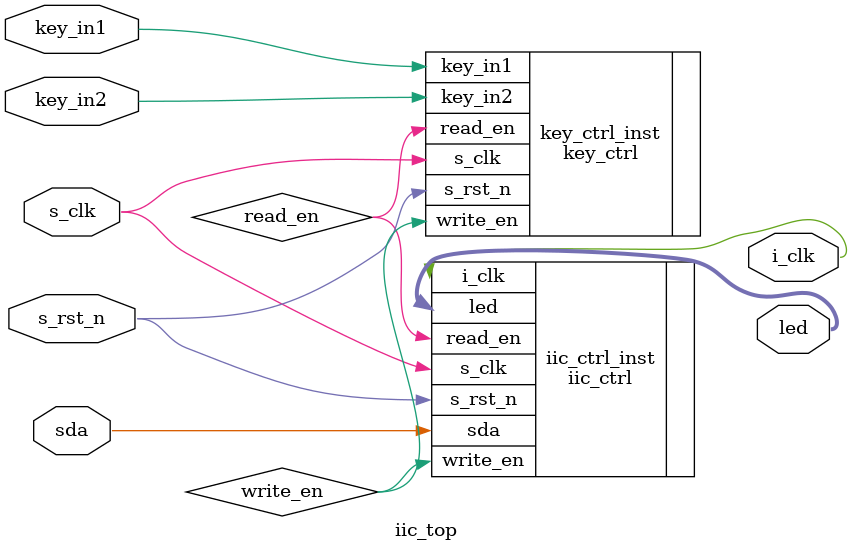
<source format=v>
module iic_top(
//system signal
input                   s_clk           ,
input                   s_rst_n         ,
//interface signal
input                   key_in1         ,
input                   key_in2         ,
output  wire            i_clk           ,
output  wire[ 7:0]      led             ,
inout                   sda             
);

wire                    write_en /*synthesis keep*/       ;
wire                    read_en /*synthesis keep*/       ;

key_ctrl key_ctrl_inst(
.s_clk                    (s_clk          ),
.s_rst_n                  (s_rst_n        ),
.key_in1                  (key_in1        ),
.key_in2                  (key_in2        ),
.write_en                 (write_en       ),
.read_en                  (read_en        )
);




 iic_ctrl iic_ctrl_inst(  
.s_clk                    (s_clk          ),
.s_rst_n                  (s_rst_n        ),
.write_en                 (write_en       ),
.read_en                  (read_en        ),
.i_clk                    (i_clk          ),
.led                      (led            ),
.sda                      (sda            ) 
);




endmodule 

</source>
